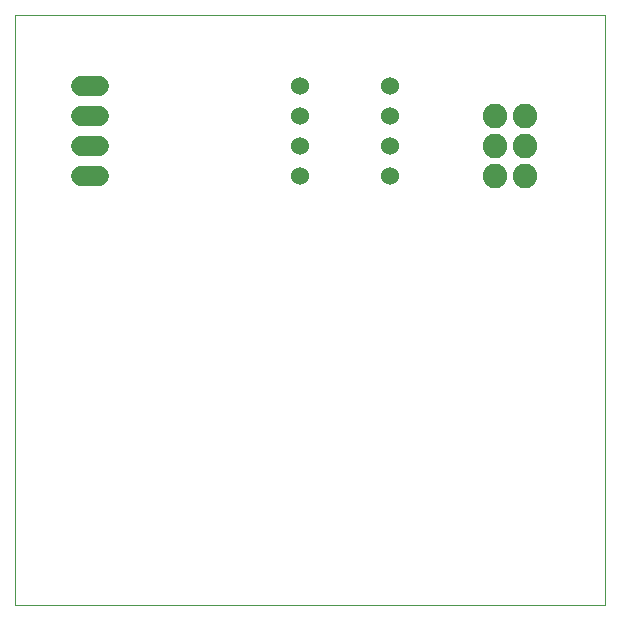
<source format=gbs>
G75*
%MOIN*%
%OFA0B0*%
%FSLAX25Y25*%
%IPPOS*%
%LPD*%
%AMOC8*
5,1,8,0,0,1.08239X$1,22.5*
%
%ADD10C,0.00000*%
%ADD11C,0.08200*%
%ADD12C,0.06800*%
%ADD13C,0.06000*%
D10*
X0001000Y0001000D02*
X0001000Y0197850D01*
X0197850Y0197850D01*
X0197850Y0001000D01*
X0001000Y0001000D01*
D11*
X0161000Y0144150D03*
X0161000Y0154150D03*
X0161000Y0164150D03*
X0171000Y0164150D03*
X0171000Y0154150D03*
X0171000Y0144150D03*
D12*
X0029000Y0144150D02*
X0023000Y0144150D01*
X0023000Y0154150D02*
X0029000Y0154150D01*
X0029000Y0164150D02*
X0023000Y0164150D01*
X0023000Y0174150D02*
X0029000Y0174150D01*
D13*
X0096000Y0174150D03*
X0096000Y0164150D03*
X0096000Y0154150D03*
X0096000Y0144150D03*
X0126000Y0144150D03*
X0126000Y0154150D03*
X0126000Y0164150D03*
X0126000Y0174150D03*
M02*

</source>
